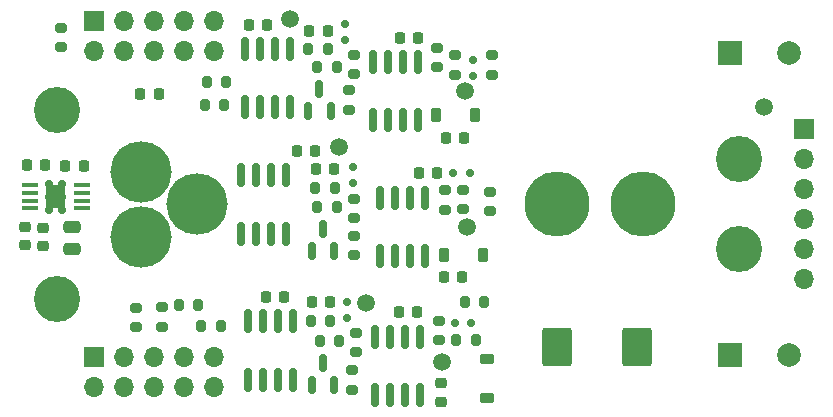
<source format=gbs>
%TF.GenerationSoftware,KiCad,Pcbnew,8.0.1*%
%TF.CreationDate,2024-08-04T15:08:54+01:00*%
%TF.ProjectId,driver_module,64726976-6572-45f6-9d6f-64756c652e6b,1*%
%TF.SameCoordinates,Original*%
%TF.FileFunction,Soldermask,Bot*%
%TF.FilePolarity,Negative*%
%FSLAX46Y46*%
G04 Gerber Fmt 4.6, Leading zero omitted, Abs format (unit mm)*
G04 Created by KiCad (PCBNEW 8.0.1) date 2024-08-04 15:08:54*
%MOMM*%
%LPD*%
G01*
G04 APERTURE LIST*
G04 Aperture macros list*
%AMRoundRect*
0 Rectangle with rounded corners*
0 $1 Rounding radius*
0 $2 $3 $4 $5 $6 $7 $8 $9 X,Y pos of 4 corners*
0 Add a 4 corners polygon primitive as box body*
4,1,4,$2,$3,$4,$5,$6,$7,$8,$9,$2,$3,0*
0 Add four circle primitives for the rounded corners*
1,1,$1+$1,$2,$3*
1,1,$1+$1,$4,$5*
1,1,$1+$1,$6,$7*
1,1,$1+$1,$8,$9*
0 Add four rect primitives between the rounded corners*
20,1,$1+$1,$2,$3,$4,$5,0*
20,1,$1+$1,$4,$5,$6,$7,0*
20,1,$1+$1,$6,$7,$8,$9,0*
20,1,$1+$1,$8,$9,$2,$3,0*%
G04 Aperture macros list end*
%ADD10C,0.000000*%
%ADD11C,3.900000*%
%ADD12R,2.000000X2.000000*%
%ADD13C,2.000000*%
%ADD14C,5.500000*%
%ADD15C,5.200000*%
%ADD16RoundRect,0.200000X0.275000X-0.200000X0.275000X0.200000X-0.275000X0.200000X-0.275000X-0.200000X0*%
%ADD17RoundRect,0.150000X-0.200000X0.150000X-0.200000X-0.150000X0.200000X-0.150000X0.200000X0.150000X0*%
%ADD18RoundRect,0.200000X-0.200000X-0.275000X0.200000X-0.275000X0.200000X0.275000X-0.200000X0.275000X0*%
%ADD19RoundRect,0.150000X0.150000X-0.587500X0.150000X0.587500X-0.150000X0.587500X-0.150000X-0.587500X0*%
%ADD20RoundRect,0.225000X0.250000X-0.225000X0.250000X0.225000X-0.250000X0.225000X-0.250000X-0.225000X0*%
%ADD21RoundRect,0.225000X-0.225000X-0.250000X0.225000X-0.250000X0.225000X0.250000X-0.225000X0.250000X0*%
%ADD22C,1.500000*%
%ADD23R,1.700000X1.700000*%
%ADD24O,1.700000X1.700000*%
%ADD25RoundRect,0.200000X-0.275000X0.200000X-0.275000X-0.200000X0.275000X-0.200000X0.275000X0.200000X0*%
%ADD26RoundRect,0.150000X0.150000X-0.825000X0.150000X0.825000X-0.150000X0.825000X-0.150000X-0.825000X0*%
%ADD27RoundRect,0.200000X0.200000X0.275000X-0.200000X0.275000X-0.200000X-0.275000X0.200000X-0.275000X0*%
%ADD28RoundRect,0.225000X0.225000X0.375000X-0.225000X0.375000X-0.225000X-0.375000X0.225000X-0.375000X0*%
%ADD29RoundRect,0.250000X1.000000X-1.400000X1.000000X1.400000X-1.000000X1.400000X-1.000000X-1.400000X0*%
%ADD30RoundRect,0.150000X0.150000X0.200000X-0.150000X0.200000X-0.150000X-0.200000X0.150000X-0.200000X0*%
%ADD31RoundRect,0.225000X-0.375000X0.225000X-0.375000X-0.225000X0.375000X-0.225000X0.375000X0.225000X0*%
%ADD32RoundRect,0.225000X0.225000X0.250000X-0.225000X0.250000X-0.225000X-0.250000X0.225000X-0.250000X0*%
%ADD33RoundRect,0.250000X-0.475000X0.250000X-0.475000X-0.250000X0.475000X-0.250000X0.475000X0.250000X0*%
%ADD34RoundRect,0.150000X0.200000X-0.150000X0.200000X0.150000X-0.200000X0.150000X-0.200000X-0.150000X0*%
%ADD35R,1.350000X0.449999*%
%ADD36C,0.700000*%
G04 APERTURE END LIST*
D10*
%TO.C,U3*%
G36*
X118186366Y-98415922D02*
G01*
X118195370Y-98418653D01*
X118203668Y-98423090D01*
X118210943Y-98429059D01*
X118216912Y-98436334D01*
X118221347Y-98444632D01*
X118224077Y-98453636D01*
X118225002Y-98463001D01*
X118225002Y-100287001D01*
X118224077Y-100296366D01*
X118221347Y-100305370D01*
X118216912Y-100313668D01*
X118210943Y-100320943D01*
X118203668Y-100326912D01*
X118195370Y-100331349D01*
X118186366Y-100334080D01*
X118177001Y-100335002D01*
X116673001Y-100335002D01*
X116663636Y-100334080D01*
X116654632Y-100331349D01*
X116646334Y-100326912D01*
X116639059Y-100320943D01*
X116633090Y-100313668D01*
X116628655Y-100305370D01*
X116625925Y-100296366D01*
X116625000Y-100287001D01*
X116625000Y-98463001D01*
X116625925Y-98453636D01*
X116628655Y-98444632D01*
X116633090Y-98436334D01*
X116639059Y-98429059D01*
X116646334Y-98423090D01*
X116654632Y-98418653D01*
X116663636Y-98415922D01*
X116673001Y-98415000D01*
X118177001Y-98415000D01*
X118186366Y-98415922D01*
G37*
%TD*%
D11*
%TO.C,H1*%
X175300000Y-103800000D03*
%TD*%
D12*
%TO.C,C6*%
X174500000Y-87200000D03*
D13*
X179500000Y-87200000D03*
%TD*%
D11*
%TO.C,H6*%
X117500000Y-108000000D03*
%TD*%
%TO.C,H7*%
X175300000Y-96200000D03*
%TD*%
D14*
%TO.C,J21*%
X159900000Y-100000000D03*
X167100000Y-100000000D03*
%TD*%
D11*
%TO.C,H5*%
X117500000Y-92000000D03*
%TD*%
D15*
%TO.C,J19*%
X124650000Y-97250000D03*
X124650000Y-102750000D03*
X129410000Y-100000000D03*
%TD*%
D12*
%TO.C,C3*%
X174500000Y-112800000D03*
D13*
X179500000Y-112800000D03*
%TD*%
D16*
%TO.C,R30*%
X142864629Y-112546268D03*
X142864629Y-110896268D03*
%TD*%
D17*
%TO.C,D14*%
X142059950Y-109651589D03*
X142059950Y-108251589D03*
%TD*%
D18*
%TO.C,R33*%
X151330948Y-111515051D03*
X152980948Y-111515051D03*
%TD*%
D19*
%TO.C,Q2*%
X140690049Y-92125909D03*
X138790049Y-92125909D03*
X139740049Y-90250909D03*
%TD*%
D20*
%TO.C,C15*%
X150028411Y-116729950D03*
X150028411Y-115179950D03*
%TD*%
D21*
%TO.C,C66*%
X135185051Y-107818732D03*
X136735051Y-107818732D03*
%TD*%
D22*
%TO.C,TP94*%
X177350000Y-91775000D03*
%TD*%
D21*
%TO.C,C11*%
X150275049Y-106204310D03*
X151825049Y-106204310D03*
%TD*%
D22*
%TO.C,TP66*%
X137275000Y-84325000D03*
%TD*%
D23*
%TO.C,J6*%
X180750000Y-93650000D03*
D24*
X180750000Y-96190000D03*
X180750000Y-98730000D03*
X180750000Y-101270000D03*
X180750000Y-103810000D03*
X180750000Y-106350000D03*
%TD*%
D22*
%TO.C,TP77*%
X141375000Y-95175000D03*
%TD*%
D25*
%TO.C,R28*%
X151224950Y-87400945D03*
X151224950Y-89050945D03*
%TD*%
%TO.C,R2*%
X142638732Y-102654948D03*
X142638732Y-104304948D03*
%TD*%
D21*
%TO.C,C65*%
X146574627Y-85971268D03*
X148124627Y-85971268D03*
%TD*%
D23*
%TO.C,J4*%
X120650000Y-112960000D03*
D24*
X120650000Y-115500000D03*
X123190000Y-112960000D03*
X123190000Y-115500000D03*
X125730000Y-112960000D03*
X125730000Y-115500000D03*
X128270000Y-112960000D03*
X128270000Y-115500000D03*
X130810000Y-112960000D03*
X130810000Y-115500000D03*
%TD*%
D21*
%TO.C,R10*%
X114960001Y-96705000D03*
X116510001Y-96705000D03*
%TD*%
%TO.C,C17*%
X139079950Y-108286590D03*
X140629950Y-108286590D03*
%TD*%
%TO.C,C7*%
X118220000Y-96745001D03*
X119770000Y-96745001D03*
%TD*%
D26*
%TO.C,U1*%
X136950000Y-102490000D03*
X135680000Y-102490000D03*
X134410000Y-102490000D03*
X133140000Y-102490000D03*
X133140000Y-97540000D03*
X134410000Y-97540000D03*
X135680000Y-97540000D03*
X136950000Y-97540000D03*
%TD*%
D22*
%TO.C,TP74*%
X152225000Y-101925000D03*
%TD*%
%TO.C,TP73*%
X150125000Y-113325000D03*
%TD*%
D21*
%TO.C,C4*%
X124569999Y-90644996D03*
X126119999Y-90644996D03*
%TD*%
D27*
%TO.C,R124*%
X131867285Y-89633410D03*
X130217285Y-89633410D03*
%TD*%
D16*
%TO.C,R31*%
X149845271Y-111536270D03*
X149845271Y-109886270D03*
%TD*%
D21*
%TO.C,C9*%
X138889948Y-85341590D03*
X140439948Y-85341590D03*
%TD*%
D28*
%TO.C,D10*%
X152914356Y-92491269D03*
X149614356Y-92491269D03*
%TD*%
D26*
%TO.C,U8*%
X148230849Y-116171590D03*
X146960849Y-116171590D03*
X145690849Y-116171590D03*
X144420849Y-116171590D03*
X144420849Y-111221590D03*
X145690849Y-111221590D03*
X146960849Y-111221590D03*
X148230849Y-111221590D03*
%TD*%
D16*
%TO.C,R1*%
X154313409Y-89054950D03*
X154313409Y-87404950D03*
%TD*%
D21*
%TO.C,C70*%
X146474950Y-109166591D03*
X148024950Y-109166591D03*
%TD*%
D27*
%TO.C,R25*%
X141216590Y-100221049D03*
X139566590Y-100221049D03*
%TD*%
D26*
%TO.C,U2*%
X148069949Y-92892490D03*
X146799949Y-92892490D03*
X145529949Y-92892490D03*
X144259949Y-92892490D03*
X144259949Y-87942490D03*
X145529949Y-87942490D03*
X146799949Y-87942490D03*
X148069949Y-87942490D03*
%TD*%
D29*
%TO.C,D1*%
X166620000Y-112125000D03*
X159820000Y-112125000D03*
%TD*%
D25*
%TO.C,R9*%
X142251268Y-90345050D03*
X142251268Y-91995050D03*
%TD*%
D18*
%TO.C,R29*%
X138783732Y-86869627D03*
X140433732Y-86869627D03*
%TD*%
D26*
%TO.C,U5*%
X148639950Y-104405690D03*
X147369950Y-104405690D03*
X146099950Y-104405690D03*
X144829950Y-104405690D03*
X144829950Y-99455690D03*
X146099950Y-99455690D03*
X147369950Y-99455690D03*
X148639950Y-99455690D03*
%TD*%
D30*
%TO.C,D15*%
X151094627Y-97341268D03*
X152494627Y-97341268D03*
%TD*%
D26*
%TO.C,U44*%
X137217499Y-91800322D03*
X135947499Y-91800322D03*
X134677499Y-91800322D03*
X133407499Y-91800322D03*
X133407499Y-86850322D03*
X134677499Y-86850322D03*
X135947499Y-86850322D03*
X137217499Y-86850322D03*
%TD*%
D27*
%TO.C,R32*%
X141426590Y-111580050D03*
X139776590Y-111580050D03*
%TD*%
D20*
%TO.C,R6*%
X114855000Y-103470000D03*
X114855000Y-101920000D03*
%TD*%
D16*
%TO.C,R18*%
X142644627Y-101176268D03*
X142644627Y-99526268D03*
%TD*%
D25*
%TO.C,R119*%
X126395372Y-108743732D03*
X126395372Y-110393732D03*
%TD*%
D27*
%TO.C,R3*%
X153709053Y-108314950D03*
X152059053Y-108314950D03*
%TD*%
D17*
%TO.C,D16*%
X142599949Y-98231590D03*
X142599949Y-96831590D03*
%TD*%
D31*
%TO.C,D7*%
X153904627Y-113076268D03*
X153904627Y-116376268D03*
%TD*%
D22*
%TO.C,TP81*%
X143725000Y-108375000D03*
%TD*%
D16*
%TO.C,R26*%
X154163410Y-100619950D03*
X154163410Y-98969950D03*
%TD*%
D28*
%TO.C,D2*%
X153599628Y-104266268D03*
X150299628Y-104266268D03*
%TD*%
D20*
%TO.C,C8*%
X116345000Y-103580000D03*
X116345000Y-102030000D03*
%TD*%
D21*
%TO.C,C25*%
X139464949Y-96981590D03*
X141014949Y-96981590D03*
%TD*%
D18*
%TO.C,R23*%
X139398732Y-98649628D03*
X141048732Y-98649628D03*
%TD*%
D21*
%TO.C,C2*%
X150420051Y-94438412D03*
X151970051Y-94438412D03*
%TD*%
D18*
%TO.C,R121*%
X127845050Y-108543410D03*
X129495050Y-108543410D03*
%TD*%
D19*
%TO.C,Q3*%
X140984951Y-115299090D03*
X139084951Y-115299090D03*
X140034951Y-113424090D03*
%TD*%
D26*
%TO.C,U21*%
X137464950Y-114881590D03*
X136194950Y-114881590D03*
X134924950Y-114881590D03*
X133654950Y-114881590D03*
X133654950Y-109931590D03*
X134924950Y-109931590D03*
X136194950Y-109931590D03*
X137464950Y-109931590D03*
%TD*%
D25*
%TO.C,R112*%
X142505001Y-114054950D03*
X142505001Y-115704950D03*
%TD*%
D21*
%TO.C,C1*%
X137830000Y-95465000D03*
X139380000Y-95465000D03*
%TD*%
D27*
%TO.C,R27*%
X141206590Y-88395050D03*
X139556590Y-88395050D03*
%TD*%
D16*
%TO.C,R22*%
X150385273Y-100456268D03*
X150385273Y-98806268D03*
%TD*%
%TO.C,R8*%
X149660272Y-88401268D03*
X149660272Y-86751268D03*
%TD*%
D27*
%TO.C,R122*%
X131375050Y-110323411D03*
X129725050Y-110323411D03*
%TD*%
D19*
%TO.C,Q1*%
X140990050Y-103985911D03*
X139090050Y-103985911D03*
X140040050Y-102110911D03*
%TD*%
D22*
%TO.C,TP64*%
X152075000Y-90425000D03*
%TD*%
D18*
%TO.C,R36*%
X139028732Y-109885272D03*
X140678732Y-109885272D03*
%TD*%
D25*
%TO.C,R24*%
X151940949Y-98795946D03*
X151940949Y-100445946D03*
%TD*%
D23*
%TO.C,J5*%
X120650000Y-84500000D03*
D24*
X120650000Y-87040000D03*
X123190000Y-84500000D03*
X123190000Y-87040000D03*
X125730000Y-84500000D03*
X125730000Y-87040000D03*
X128270000Y-84500000D03*
X128270000Y-87040000D03*
X130810000Y-84500000D03*
X130810000Y-87040000D03*
%TD*%
D21*
%TO.C,C13*%
X148140529Y-97356268D03*
X149690529Y-97356268D03*
%TD*%
D25*
%TO.C,R120*%
X124239951Y-108751590D03*
X124239951Y-110401590D03*
%TD*%
D32*
%TO.C,C74*%
X135338410Y-84839950D03*
X133788410Y-84839950D03*
%TD*%
D33*
%TO.C,C5*%
X118825000Y-101925000D03*
X118825000Y-103825000D03*
%TD*%
D34*
%TO.C,D6*%
X152768410Y-87759950D03*
X152768410Y-89159950D03*
%TD*%
D35*
%TO.C,U3*%
X115200002Y-100350000D03*
X115200002Y-99699999D03*
X115200002Y-99050000D03*
X115200002Y-98399999D03*
X119650003Y-98399999D03*
X119650003Y-99050000D03*
X119650003Y-99699999D03*
X119650003Y-100350000D03*
D36*
X116875002Y-98275001D03*
X116875002Y-99375001D03*
X116875002Y-100475001D03*
X117975000Y-98275001D03*
X117975000Y-99375001D03*
X117975000Y-100475001D03*
%TD*%
D30*
%TO.C,D17*%
X151199628Y-110041268D03*
X152599628Y-110041268D03*
%TD*%
D17*
%TO.C,D5*%
X141934950Y-86106590D03*
X141934950Y-84706590D03*
%TD*%
D16*
%TO.C,R7*%
X142689628Y-89001269D03*
X142689628Y-87351269D03*
%TD*%
%TO.C,R45*%
X117890000Y-86715000D03*
X117890000Y-85065000D03*
%TD*%
D27*
%TO.C,R123*%
X131694950Y-91616590D03*
X130044950Y-91616590D03*
%TD*%
M02*

</source>
